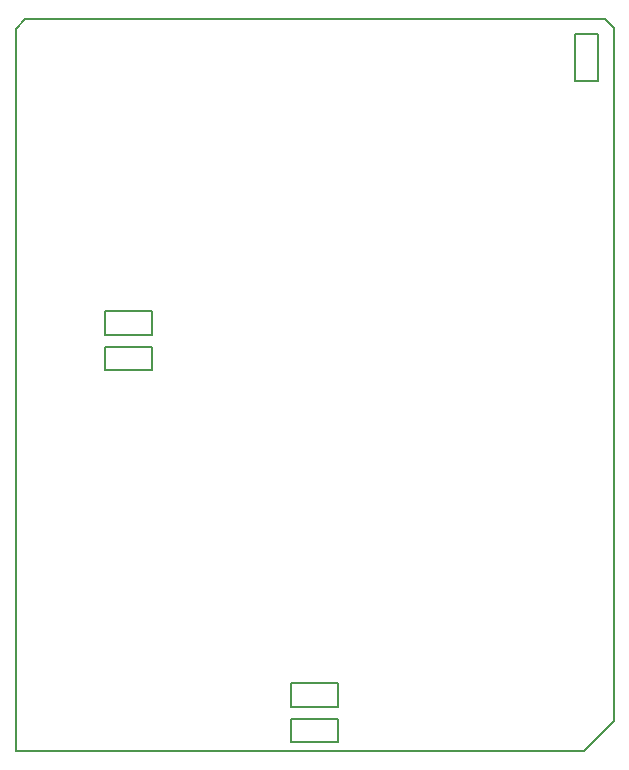
<source format=gko>
G04*
G04 #@! TF.GenerationSoftware,Altium Limited,Altium Designer,20.0.10 (225)*
G04*
G04 Layer_Color=16711935*
%FSLAX44Y44*%
%MOMM*%
G71*
G01*
G75*
%ADD60C,0.1524*%
D60*
X506000Y24901D02*
Y612000D01*
X498500Y619500D02*
X506000Y612000D01*
X0Y611500D02*
X8000Y619500D01*
X0Y0D02*
Y611500D01*
Y0D02*
X481099D01*
X506000Y24901D01*
X8000Y619500D02*
X498500D01*
X473000Y567000D02*
Y607000D01*
X473000D02*
X493000D01*
X473000Y567000D02*
X493000D01*
X493000D02*
Y607000D01*
X233000Y57000D02*
X273000D01*
Y37000D02*
Y57000D01*
X233000Y37000D02*
Y57000D01*
Y37000D02*
X273000D01*
X233000Y7000D02*
X273000D01*
X233000Y7000D02*
Y27000D01*
X273000Y7000D02*
Y27000D01*
X233000Y27000D02*
X273000D01*
X75500Y342000D02*
X115500D01*
Y322000D02*
Y342000D01*
X75500Y322000D02*
Y342000D01*
Y322000D02*
X115500D01*
X75500Y352000D02*
X115500D01*
X75500Y352000D02*
Y372000D01*
X115500Y352000D02*
Y372000D01*
X75500Y372000D02*
X115500D01*
M02*

</source>
